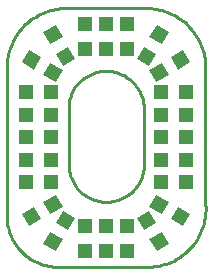
<source format=gtp>
G75*
%MOIN*%
%OFA0B0*%
%FSLAX24Y24*%
%IPPOS*%
%LPD*%
%AMOC8*
5,1,8,0,0,1.08239X$1,22.5*
%
%ADD10C,0.0100*%
%ADD11R,0.0472X0.0472*%
%ADD12R,0.0472X0.0472*%
D10*
X002329Y004017D02*
X002329Y008954D01*
X002325Y009041D01*
X002326Y009129D01*
X002330Y009216D01*
X002338Y009303D01*
X002349Y009390D01*
X002365Y009476D01*
X002384Y009561D01*
X002407Y009646D01*
X002433Y009729D01*
X002463Y009811D01*
X002497Y009892D01*
X002534Y009971D01*
X002575Y010048D01*
X002619Y010124D01*
X002666Y010197D01*
X002716Y010269D01*
X002770Y010338D01*
X002826Y010405D01*
X002886Y010469D01*
X002948Y010531D01*
X003012Y010590D01*
X003079Y010646D01*
X003149Y010699D01*
X003221Y010749D01*
X003295Y010795D01*
X003370Y010839D01*
X003448Y010879D01*
X003527Y010916D01*
X003608Y010949D01*
X003691Y010979D01*
X003774Y011005D01*
X003859Y011027D01*
X003944Y011046D01*
X004030Y011061D01*
X004117Y011072D01*
X004204Y011079D01*
X006892Y011079D01*
X006891Y011079D02*
X006979Y011080D01*
X007066Y011077D01*
X007153Y011070D01*
X007240Y011059D01*
X007326Y011045D01*
X007411Y011027D01*
X007496Y011005D01*
X007579Y010980D01*
X007662Y010951D01*
X007743Y010918D01*
X007822Y010882D01*
X007900Y010842D01*
X007976Y010799D01*
X008050Y010753D01*
X008122Y010704D01*
X008192Y010651D01*
X008259Y010596D01*
X008324Y010537D01*
X008386Y010476D01*
X008446Y010412D01*
X008503Y010346D01*
X008556Y010277D01*
X008607Y010206D01*
X008655Y010133D01*
X008699Y010058D01*
X008740Y009981D01*
X008778Y009902D01*
X008812Y009822D01*
X008843Y009740D01*
X008870Y009657D01*
X008893Y009573D01*
X008913Y009488D01*
X008929Y009402D01*
X008941Y009316D01*
X008949Y009229D01*
X008954Y009142D01*
X008954Y004517D01*
X008955Y004517D02*
X008959Y004430D01*
X008958Y004343D01*
X008954Y004256D01*
X008946Y004169D01*
X008934Y004083D01*
X008918Y003997D01*
X008899Y003912D01*
X008875Y003828D01*
X008848Y003745D01*
X008817Y003664D01*
X008783Y003584D01*
X008745Y003505D01*
X008703Y003429D01*
X008658Y003354D01*
X008610Y003281D01*
X008559Y003211D01*
X008504Y003143D01*
X008447Y003078D01*
X008386Y003015D01*
X008323Y002955D01*
X008257Y002898D01*
X008189Y002844D01*
X008118Y002792D01*
X008045Y002745D01*
X007971Y002700D01*
X007894Y002659D01*
X007815Y002622D01*
X007735Y002588D01*
X007653Y002557D01*
X007570Y002530D01*
X007486Y002507D01*
X007401Y002488D01*
X007315Y002473D01*
X007229Y002462D01*
X007142Y002454D01*
X007204Y002454D02*
X004204Y002454D01*
X004122Y002449D01*
X004040Y002447D01*
X003958Y002449D01*
X003876Y002456D01*
X003795Y002466D01*
X003714Y002480D01*
X003633Y002498D01*
X003554Y002519D01*
X003476Y002545D01*
X003399Y002574D01*
X003324Y002606D01*
X003250Y002642D01*
X003178Y002682D01*
X003108Y002725D01*
X003040Y002772D01*
X002975Y002821D01*
X002912Y002874D01*
X002851Y002929D01*
X002793Y002988D01*
X002738Y003049D01*
X002686Y003112D01*
X002638Y003178D01*
X002592Y003246D01*
X002549Y003317D01*
X002510Y003389D01*
X002475Y003463D01*
X002443Y003539D01*
X002414Y003616D01*
X002390Y003694D01*
X002369Y003774D01*
X002352Y003854D01*
X002338Y003935D01*
X002329Y004017D01*
X004392Y005767D02*
X004392Y007892D01*
X004403Y007961D01*
X004418Y008028D01*
X004437Y008095D01*
X004459Y008161D01*
X004485Y008225D01*
X004514Y008288D01*
X004547Y008349D01*
X004583Y008408D01*
X004623Y008465D01*
X004665Y008520D01*
X004710Y008572D01*
X004759Y008622D01*
X004810Y008669D01*
X004863Y008713D01*
X004919Y008754D01*
X004977Y008792D01*
X005037Y008827D01*
X005098Y008858D01*
X005162Y008886D01*
X005227Y008911D01*
X005293Y008932D01*
X005360Y008949D01*
X005428Y008962D01*
X005496Y008972D01*
X005566Y008978D01*
X005635Y008980D01*
X005704Y008978D01*
X005773Y008973D01*
X005842Y008963D01*
X005910Y008950D01*
X005977Y008933D01*
X006043Y008913D01*
X006108Y008889D01*
X006172Y008861D01*
X006234Y008830D01*
X006294Y008795D01*
X006352Y008758D01*
X006408Y008717D01*
X006462Y008673D01*
X006513Y008626D01*
X006561Y008577D01*
X006607Y008524D01*
X006650Y008470D01*
X006689Y008413D01*
X006726Y008354D01*
X006759Y008293D01*
X006789Y008231D01*
X006815Y008167D01*
X006838Y008101D01*
X006857Y008034D01*
X006872Y007967D01*
X006884Y007898D01*
X006891Y007830D01*
X006892Y007829D02*
X006892Y005704D01*
X006891Y005704D02*
X006880Y005635D01*
X006865Y005568D01*
X006846Y005501D01*
X006824Y005435D01*
X006798Y005371D01*
X006769Y005308D01*
X006736Y005247D01*
X006700Y005188D01*
X006660Y005131D01*
X006618Y005076D01*
X006573Y005024D01*
X006524Y004974D01*
X006473Y004927D01*
X006420Y004883D01*
X006364Y004842D01*
X006306Y004804D01*
X006246Y004769D01*
X006185Y004738D01*
X006121Y004710D01*
X006056Y004685D01*
X005990Y004664D01*
X005923Y004647D01*
X005855Y004634D01*
X005787Y004624D01*
X005717Y004618D01*
X005648Y004616D01*
X005579Y004618D01*
X005510Y004623D01*
X005441Y004633D01*
X005373Y004646D01*
X005306Y004663D01*
X005240Y004683D01*
X005175Y004707D01*
X005111Y004735D01*
X005049Y004766D01*
X004989Y004801D01*
X004931Y004838D01*
X004875Y004879D01*
X004821Y004923D01*
X004770Y004970D01*
X004722Y005019D01*
X004676Y005072D01*
X004633Y005126D01*
X004594Y005183D01*
X004557Y005242D01*
X004524Y005303D01*
X004494Y005365D01*
X004468Y005429D01*
X004445Y005495D01*
X004426Y005562D01*
X004411Y005629D01*
X004399Y005698D01*
X004392Y005766D01*
D11*
X003805Y006017D03*
X003805Y006767D03*
X003805Y007517D03*
X003805Y008267D03*
X002978Y008267D03*
X002978Y007517D03*
X002978Y006767D03*
X002978Y006017D03*
X002978Y005267D03*
X003805Y005267D03*
X004954Y003805D03*
X005642Y003805D03*
X006329Y003805D03*
X006329Y002978D03*
X005642Y002978D03*
X004954Y002978D03*
X007478Y005267D03*
X007478Y006017D03*
X007478Y006767D03*
X007478Y007517D03*
X007478Y008267D03*
X008305Y008267D03*
X008305Y007517D03*
X008305Y006767D03*
X008305Y006017D03*
X008305Y005267D03*
X006329Y009728D03*
X005642Y009728D03*
X004954Y009728D03*
X004954Y010555D03*
X005642Y010555D03*
X006329Y010555D03*
D12*
G36*
X007497Y009865D02*
X007089Y010101D01*
X007325Y010509D01*
X007733Y010273D01*
X007497Y009865D01*
G37*
G36*
X007083Y009149D02*
X006675Y009385D01*
X006911Y009793D01*
X007319Y009557D01*
X007083Y009149D01*
G37*
G36*
X007323Y008613D02*
X007087Y009021D01*
X007495Y009257D01*
X007731Y008849D01*
X007323Y008613D01*
G37*
G36*
X008039Y009026D02*
X007803Y009434D01*
X008211Y009670D01*
X008447Y009262D01*
X008039Y009026D01*
G37*
G36*
X004608Y009385D02*
X004200Y009149D01*
X003964Y009557D01*
X004372Y009793D01*
X004608Y009385D01*
G37*
G36*
X004197Y009021D02*
X003961Y008613D01*
X003553Y008849D01*
X003789Y009257D01*
X004197Y009021D01*
G37*
G36*
X003481Y009434D02*
X003245Y009026D01*
X002837Y009262D01*
X003073Y009670D01*
X003481Y009434D01*
G37*
G36*
X004194Y010101D02*
X003786Y009865D01*
X003550Y010273D01*
X003958Y010509D01*
X004194Y010101D01*
G37*
G36*
X003961Y004858D02*
X004197Y004450D01*
X003789Y004214D01*
X003553Y004622D01*
X003961Y004858D01*
G37*
G36*
X004200Y004322D02*
X004608Y004086D01*
X004372Y003678D01*
X003964Y003914D01*
X004200Y004322D01*
G37*
G36*
X003786Y003606D02*
X004194Y003370D01*
X003958Y002962D01*
X003550Y003198D01*
X003786Y003606D01*
G37*
G36*
X003245Y004444D02*
X003481Y004036D01*
X003073Y003800D01*
X002837Y004208D01*
X003245Y004444D01*
G37*
G36*
X006675Y004086D02*
X007083Y004322D01*
X007319Y003914D01*
X006911Y003678D01*
X006675Y004086D01*
G37*
G36*
X007087Y004450D02*
X007323Y004858D01*
X007731Y004622D01*
X007495Y004214D01*
X007087Y004450D01*
G37*
G36*
X007803Y004036D02*
X008039Y004444D01*
X008447Y004208D01*
X008211Y003800D01*
X007803Y004036D01*
G37*
G36*
X007089Y003370D02*
X007497Y003606D01*
X007733Y003198D01*
X007325Y002962D01*
X007089Y003370D01*
G37*
M02*

</source>
